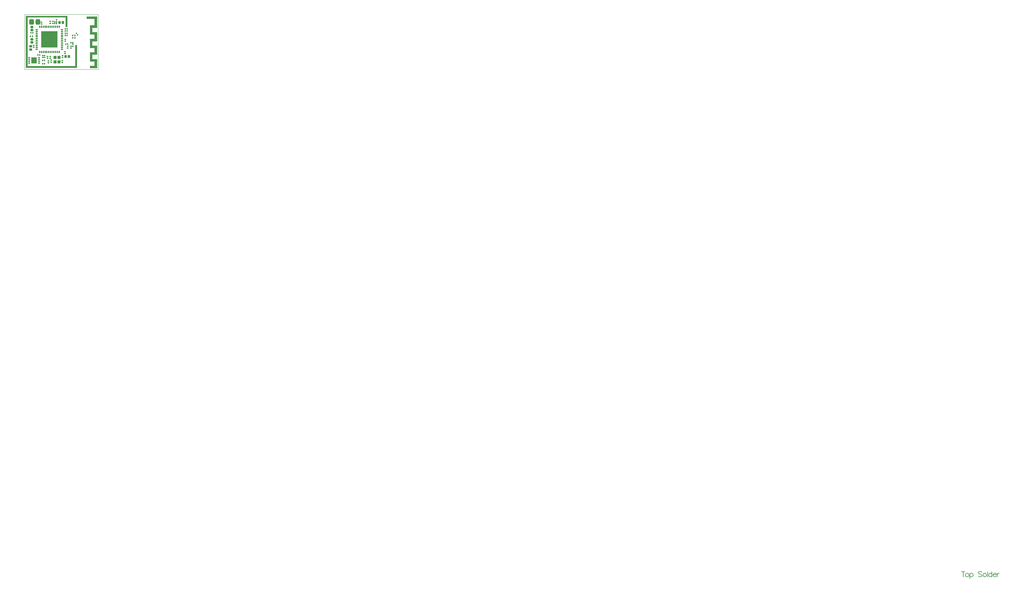
<source format=gts>
G04*
G04 #@! TF.GenerationSoftware,Altium Limited,Altium Designer,22.4.2 (48)*
G04*
G04 Layer_Color=8388736*
%FSLAX24Y24*%
%MOIN*%
G70*
G04*
G04 #@! TF.SameCoordinates,234F8549-8FEE-4F9A-8B0D-93BDF39202AA*
G04*
G04*
G04 #@! TF.FilePolarity,Negative*
G04*
G01*
G75*
%ADD14C,0.0059*%
%ADD15C,0.0039*%
%ADD17O,0.0139X0.0316*%
%ADD18O,0.0316X0.0139*%
%ADD29R,0.1812X0.1812*%
G04:AMPARAMS|DCode=30|XSize=15.8mil|YSize=16.8mil|CornerRadius=5.2mil|HoleSize=0mil|Usage=FLASHONLY|Rotation=270.000|XOffset=0mil|YOffset=0mil|HoleType=Round|Shape=RoundedRectangle|*
%AMROUNDEDRECTD30*
21,1,0.0158,0.0064,0,0,270.0*
21,1,0.0054,0.0168,0,0,270.0*
1,1,0.0104,-0.0032,-0.0027*
1,1,0.0104,-0.0032,0.0027*
1,1,0.0104,0.0032,0.0027*
1,1,0.0104,0.0032,-0.0027*
%
%ADD30ROUNDEDRECTD30*%
G04:AMPARAMS|DCode=31|XSize=15.8mil|YSize=16.8mil|CornerRadius=5.2mil|HoleSize=0mil|Usage=FLASHONLY|Rotation=180.000|XOffset=0mil|YOffset=0mil|HoleType=Round|Shape=RoundedRectangle|*
%AMROUNDEDRECTD31*
21,1,0.0158,0.0064,0,0,180.0*
21,1,0.0054,0.0168,0,0,180.0*
1,1,0.0104,-0.0027,0.0032*
1,1,0.0104,0.0027,0.0032*
1,1,0.0104,0.0027,-0.0032*
1,1,0.0104,-0.0027,-0.0032*
%
%ADD31ROUNDEDRECTD31*%
G04:AMPARAMS|DCode=32|XSize=29.7mil|YSize=31.6mil|CornerRadius=9.4mil|HoleSize=0mil|Usage=FLASHONLY|Rotation=180.000|XOffset=0mil|YOffset=0mil|HoleType=Round|Shape=RoundedRectangle|*
%AMROUNDEDRECTD32*
21,1,0.0297,0.0128,0,0,180.0*
21,1,0.0108,0.0316,0,0,180.0*
1,1,0.0188,-0.0054,0.0064*
1,1,0.0188,0.0054,0.0064*
1,1,0.0188,0.0054,-0.0064*
1,1,0.0188,-0.0054,-0.0064*
%
%ADD32ROUNDEDRECTD32*%
G04:AMPARAMS|DCode=33|XSize=29.7mil|YSize=31.6mil|CornerRadius=9.4mil|HoleSize=0mil|Usage=FLASHONLY|Rotation=270.000|XOffset=0mil|YOffset=0mil|HoleType=Round|Shape=RoundedRectangle|*
%AMROUNDEDRECTD33*
21,1,0.0297,0.0128,0,0,270.0*
21,1,0.0108,0.0316,0,0,270.0*
1,1,0.0188,-0.0064,-0.0054*
1,1,0.0188,-0.0064,0.0054*
1,1,0.0188,0.0064,0.0054*
1,1,0.0188,0.0064,-0.0054*
%
%ADD33ROUNDEDRECTD33*%
G04:AMPARAMS|DCode=34|XSize=15.8mil|YSize=16.8mil|CornerRadius=5.2mil|HoleSize=0mil|Usage=FLASHONLY|Rotation=135.000|XOffset=0mil|YOffset=0mil|HoleType=Round|Shape=RoundedRectangle|*
%AMROUNDEDRECTD34*
21,1,0.0158,0.0064,0,0,135.0*
21,1,0.0054,0.0168,0,0,135.0*
1,1,0.0104,0.0003,0.0042*
1,1,0.0104,0.0042,0.0003*
1,1,0.0104,-0.0003,-0.0042*
1,1,0.0104,-0.0042,-0.0003*
%
%ADD34ROUNDEDRECTD34*%
G04:AMPARAMS|DCode=35|XSize=63.1mil|YSize=51.3mil|CornerRadius=14.8mil|HoleSize=0mil|Usage=FLASHONLY|Rotation=270.000|XOffset=0mil|YOffset=0mil|HoleType=Round|Shape=RoundedRectangle|*
%AMROUNDEDRECTD35*
21,1,0.0631,0.0217,0,0,270.0*
21,1,0.0335,0.0513,0,0,270.0*
1,1,0.0297,-0.0108,-0.0167*
1,1,0.0297,-0.0108,0.0167*
1,1,0.0297,0.0108,0.0167*
1,1,0.0297,0.0108,-0.0167*
%
%ADD35ROUNDEDRECTD35*%
%ADD36R,0.0236X0.0157*%
%ADD37R,0.0592X0.0671*%
%ADD38R,0.0375X0.0375*%
%ADD39C,0.0180*%
%ADD40O,0.0316X0.0158*%
%ADD41O,0.0158X0.0316*%
G36*
X246Y5945D02*
X354Y5945D01*
X354Y5945D01*
X4756Y5945D01*
X4756Y5748D01*
X4756Y5748D01*
X4756Y4682D01*
X4559Y4682D01*
X4559Y5748D01*
X354Y5748D01*
X354Y354D01*
X5622Y354D01*
X5622Y2713D01*
X5819Y2713D01*
X5819Y354D01*
X5819Y354D01*
X5819Y158D01*
X5819Y158D01*
X5622Y158D01*
X5622Y158D01*
X354Y158D01*
X354Y158D01*
X158Y158D01*
X158Y158D01*
X158Y158D01*
X158Y336D01*
X158Y5748D01*
X157Y5748D01*
X158Y5945D01*
X246Y5945D01*
X246Y5945D02*
G37*
G36*
X8032Y4606D02*
X7520Y4606D01*
X7520Y4134D01*
X8032Y4134D01*
X8032Y3110D01*
X7520Y3110D01*
X7520Y2638D01*
X8032Y2638D01*
X8032Y1614D01*
X7520Y1614D01*
X7520Y1142D01*
X8032Y1142D01*
X8032Y118D01*
X7244Y118D01*
X7244Y394D01*
X7756Y394D01*
X7756Y866D01*
X7244Y866D01*
X7244Y1890D01*
X7756Y1890D01*
X7756Y2362D01*
X7244Y2362D01*
X7244Y3386D01*
X7756Y3386D01*
X7756Y3858D01*
X7244Y3858D01*
X7244Y4882D01*
X7756Y4882D01*
X7756Y5591D01*
X6890Y5591D01*
X6890Y5866D01*
X8032Y5866D01*
X8032Y4606D01*
X8032Y4606D02*
G37*
D14*
X103997Y-55720D02*
X103997Y-56310D01*
X103800Y-55720D02*
X104194Y-55720D01*
X104404Y-55916D02*
X104348Y-55944D01*
X104292Y-56001D01*
X104264Y-56085D01*
X104264Y-56141D01*
X104292Y-56226D01*
X104348Y-56282D01*
X104404Y-56310D01*
X104489Y-56310D01*
X104545Y-56282D01*
X104601Y-56226D01*
X104629Y-56141D01*
X104629Y-56085D01*
X104601Y-56001D01*
X104545Y-55944D01*
X104489Y-55916D01*
X104404Y-55916D01*
X104759Y-55916D02*
X104759Y-56507D01*
X104759Y-56001D02*
X104815Y-55944D01*
X104871Y-55916D01*
X104956Y-55916D01*
X105012Y-55944D01*
X105068Y-56001D01*
X105096Y-56085D01*
X105096Y-56141D01*
X105068Y-56226D01*
X105012Y-56282D01*
X104956Y-56310D01*
X104871Y-56310D01*
X104815Y-56282D01*
X104759Y-56226D01*
X106080Y-55804D02*
X106024Y-55748D01*
X105940Y-55720D01*
X105827Y-55720D01*
X105743Y-55748D01*
X105687Y-55804D01*
X105687Y-55860D01*
X105715Y-55916D01*
X105743Y-55944D01*
X105799Y-55973D01*
X105968Y-56029D01*
X106024Y-56057D01*
X106052Y-56085D01*
X106080Y-56141D01*
X106080Y-56226D01*
X106024Y-56282D01*
X105940Y-56310D01*
X105827Y-56310D01*
X105743Y-56282D01*
X105687Y-56226D01*
X106353Y-55916D02*
X106297Y-55944D01*
X106240Y-56001D01*
X106212Y-56085D01*
X106212Y-56141D01*
X106240Y-56226D01*
X106297Y-56282D01*
X106353Y-56310D01*
X106437Y-56310D01*
X106493Y-56282D01*
X106550Y-56226D01*
X106578Y-56141D01*
X106578Y-56085D01*
X106550Y-56001D01*
X106493Y-55944D01*
X106437Y-55916D01*
X106353Y-55916D01*
X106707Y-55720D02*
X106707Y-56310D01*
X107168Y-55720D02*
X107168Y-56310D01*
X107168Y-56001D02*
X107112Y-55944D01*
X107056Y-55916D01*
X106971Y-55916D01*
X106915Y-55944D01*
X106859Y-56001D01*
X106831Y-56085D01*
X106831Y-56141D01*
X106859Y-56226D01*
X106915Y-56282D01*
X106971Y-56310D01*
X107056Y-56310D01*
X107112Y-56282D01*
X107168Y-56226D01*
X107326Y-56085D02*
X107663Y-56085D01*
X107663Y-56029D01*
X107635Y-55973D01*
X107607Y-55944D01*
X107551Y-55916D01*
X107466Y-55916D01*
X107410Y-55944D01*
X107354Y-56001D01*
X107326Y-56085D01*
X107326Y-56141D01*
X107354Y-56226D01*
X107410Y-56282D01*
X107466Y-56310D01*
X107551Y-56310D01*
X107607Y-56282D01*
X107663Y-56226D01*
X107790Y-55916D02*
X107790Y-56310D01*
X107790Y-56085D02*
X107818Y-56001D01*
X107874Y-55944D01*
X107930Y-55916D01*
X108015Y-55916D01*
D15*
X0Y0D02*
X0Y6102D01*
X0Y0D02*
X8150Y0D01*
X8150Y6102D01*
X0Y6102D02*
X8150Y6102D01*
D17*
X1671Y4718D02*
D03*
X1868Y4718D02*
D03*
X2065Y4718D02*
D03*
X2262Y4718D02*
D03*
X2459Y4718D02*
D03*
X2656Y4718D02*
D03*
X2852Y4718D02*
D03*
X3049Y4718D02*
D03*
X3246Y4718D02*
D03*
X3443Y4718D02*
D03*
X3640Y4718D02*
D03*
X3837Y4718D02*
D03*
X3837Y1922D02*
D03*
X3640Y1922D02*
D03*
X3443Y1922D02*
D03*
X3246Y1922D02*
D03*
X3049Y1922D02*
D03*
X2852Y1922D02*
D03*
X2656Y1922D02*
D03*
X2459Y1922D02*
D03*
X2262Y1922D02*
D03*
X2065Y1922D02*
D03*
X1868Y1922D02*
D03*
X1671Y1922D02*
D03*
D18*
X4152Y4403D02*
D03*
X4152Y4206D02*
D03*
X4152Y4009D02*
D03*
X4152Y3812D02*
D03*
X4152Y3615D02*
D03*
X4152Y3418D02*
D03*
X4152Y3222D02*
D03*
X4152Y3025D02*
D03*
X4152Y2828D02*
D03*
X4152Y2631D02*
D03*
X4152Y2434D02*
D03*
X4152Y2237D02*
D03*
X1356Y2237D02*
D03*
X1356Y2434D02*
D03*
X1356Y2631D02*
D03*
X1356Y2828D02*
D03*
X1356Y3025D02*
D03*
X1356Y3222D02*
D03*
X1356Y3418D02*
D03*
X1356Y3615D02*
D03*
X1356Y3812D02*
D03*
X1356Y4009D02*
D03*
X1356Y4206D02*
D03*
X1356Y4403D02*
D03*
D29*
X2754Y3320D02*
D03*
D30*
X3160Y5110D02*
D03*
X3160Y5317D02*
D03*
X1894Y5037D02*
D03*
X1894Y5243D02*
D03*
X997Y2662D02*
D03*
X997Y2455D02*
D03*
X2219Y1523D02*
D03*
X2219Y1317D02*
D03*
X2018Y1523D02*
D03*
X2018Y1317D02*
D03*
X4200Y1543D02*
D03*
X4200Y1337D02*
D03*
X2543Y1423D02*
D03*
X2543Y1217D02*
D03*
X2860Y1423D02*
D03*
X2860Y1217D02*
D03*
X4486Y1973D02*
D03*
X4486Y1767D02*
D03*
X4520Y3127D02*
D03*
X4520Y3333D02*
D03*
X4770Y2367D02*
D03*
X4770Y2574D02*
D03*
X5139Y2574D02*
D03*
X5139Y2367D02*
D03*
X2960Y1019D02*
D03*
X2960Y813D02*
D03*
X4189Y766D02*
D03*
X4189Y973D02*
D03*
X3547Y5487D02*
D03*
X3547Y5280D02*
D03*
X5361Y2781D02*
D03*
X5361Y2574D02*
D03*
X2854Y5317D02*
D03*
X2854Y5110D02*
D03*
X2652Y924D02*
D03*
X2652Y717D02*
D03*
D31*
X3340Y5090D02*
D03*
X3547Y5090D02*
D03*
X907Y4050D02*
D03*
X701Y4050D02*
D03*
X4507Y4500D02*
D03*
X4713Y4500D02*
D03*
X867Y3670D02*
D03*
X661Y3670D02*
D03*
X4510Y3760D02*
D03*
X4717Y3760D02*
D03*
X5361Y3753D02*
D03*
X5567Y3753D02*
D03*
X5361Y2956D02*
D03*
X5154Y2956D02*
D03*
X4563Y2797D02*
D03*
X4770Y2797D02*
D03*
X5361Y3510D02*
D03*
X5567Y3510D02*
D03*
X1670Y1600D02*
D03*
X1463Y1600D02*
D03*
X3547Y5280D02*
D03*
X3340Y5280D02*
D03*
X4510Y4270D02*
D03*
X4717Y4270D02*
D03*
X4510Y3992D02*
D03*
X4717Y3992D02*
D03*
X2203Y1000D02*
D03*
X1997Y1000D02*
D03*
X2203Y645D02*
D03*
X1997Y645D02*
D03*
D32*
X3883Y5190D02*
D03*
X4237Y5190D02*
D03*
X4543Y1440D02*
D03*
X4897Y1440D02*
D03*
D33*
X804Y2983D02*
D03*
X804Y3337D02*
D03*
X804Y4707D02*
D03*
X804Y4353D02*
D03*
X691Y2552D02*
D03*
X691Y2197D02*
D03*
D34*
X5744Y3986D02*
D03*
X5890Y3840D02*
D03*
D35*
X795Y5271D02*
D03*
X1465Y5271D02*
D03*
D36*
X1610Y705D02*
D03*
X1610Y902D02*
D03*
X1610Y1098D02*
D03*
X1610Y1295D02*
D03*
X509Y705D02*
D03*
X509Y902D02*
D03*
X509Y1098D02*
D03*
X509Y1295D02*
D03*
D37*
X1060Y1000D02*
D03*
D38*
X3799Y1338D02*
D03*
X3799Y826D02*
D03*
X3366Y826D02*
D03*
X3366Y1338D02*
D03*
D39*
X6950Y5728D02*
D03*
D40*
X315Y256D02*
D03*
X316Y5827D02*
D03*
D41*
X5721Y1870D02*
D03*
M02*

</source>
